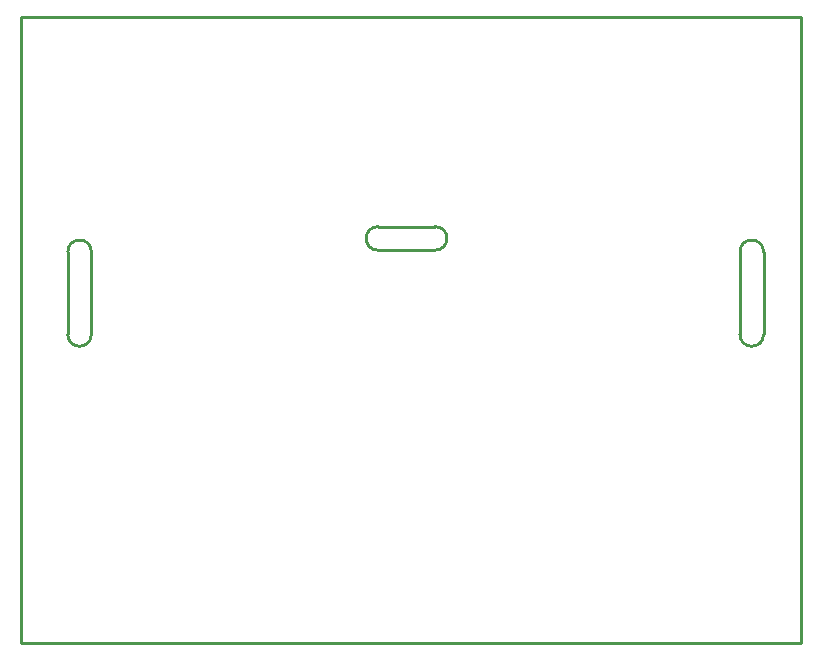
<source format=gko>
G04 Layer: BoardOutline*
G04 EasyEDA v6.4.25, 2021-11-01T16:40:30+01:00*
G04 d0984406bf964252bec45fc5339864a5,23de75a5ce864506aa6f80b6cd8e489b,10*
G04 Gerber Generator version 0.2*
G04 Scale: 100 percent, Rotated: No, Reflected: No *
G04 Dimensions in millimeters *
G04 leading zeros omitted , absolute positions ,4 integer and 5 decimal *
%FSLAX45Y45*%
%MOMM*%

%ADD10C,0.2540*%
D10*
X0Y199999D02*
G01*
X6599999Y199999D01*
X6599999Y-5099999D01*
X0Y-5099999D01*
X0Y199999D01*
X595299Y-1790700D02*
G01*
X595299Y-2489200D01*
G75*
G01*
X595300Y-2489200D02*
G02*
X395300Y-2489200I-100000J0D01*
X395300Y-2489200D02*
G01*
X395300Y-1790700D01*
G75*
G01*
X395300Y-1790700D02*
G02*
X595300Y-1790700I100000J0D01*
X595299Y-1790700D02*
G01*
X595299Y-1790700D01*
X6286500Y-1790700D02*
G01*
X6286500Y-2489200D01*
G75*
G01*
X6286500Y-2489200D02*
G02*
X6086500Y-2489200I-100000J0D01*
X6086500Y-2489200D02*
G01*
X6086500Y-1790700D01*
G75*
G01*
X6086500Y-1790700D02*
G02*
X6286500Y-1790700I100000J0D01*
X6286500Y-1790700D02*
G01*
X6286500Y-1790700D01*
X3022600Y-1576400D02*
G01*
X3505200Y-1576400D01*
G75*
G01*
X3505200Y-1576400D02*
G02*
X3505200Y-1776400I0J-100000D01*
X3505200Y-1776399D02*
G01*
X3022600Y-1776399D01*
G75*
G01*
X3022600Y-1776400D02*
G02*
X3022600Y-1576400I0J100000D01*
X3022600Y-1576400D02*
G01*
X3022600Y-1576400D01*

%LPD*%
M02*

</source>
